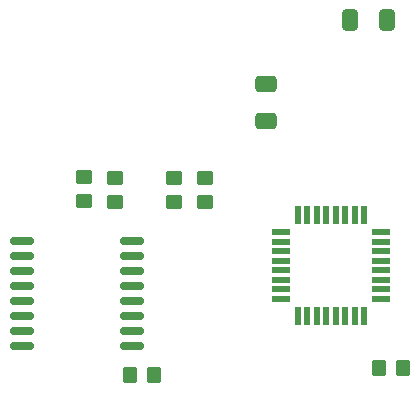
<source format=gtp>
%TF.GenerationSoftware,KiCad,Pcbnew,(6.0.6)*%
%TF.CreationDate,2022-10-28T21:49:34+08:00*%
%TF.ProjectId,KB_SmartWatch,4b425f53-6d61-4727-9457-617463682e6b,rev?*%
%TF.SameCoordinates,Original*%
%TF.FileFunction,Paste,Top*%
%TF.FilePolarity,Positive*%
%FSLAX46Y46*%
G04 Gerber Fmt 4.6, Leading zero omitted, Abs format (unit mm)*
G04 Created by KiCad (PCBNEW (6.0.6)) date 2022-10-28 21:49:34*
%MOMM*%
%LPD*%
G01*
G04 APERTURE LIST*
G04 Aperture macros list*
%AMRoundRect*
0 Rectangle with rounded corners*
0 $1 Rounding radius*
0 $2 $3 $4 $5 $6 $7 $8 $9 X,Y pos of 4 corners*
0 Add a 4 corners polygon primitive as box body*
4,1,4,$2,$3,$4,$5,$6,$7,$8,$9,$2,$3,0*
0 Add four circle primitives for the rounded corners*
1,1,$1+$1,$2,$3*
1,1,$1+$1,$4,$5*
1,1,$1+$1,$6,$7*
1,1,$1+$1,$8,$9*
0 Add four rect primitives between the rounded corners*
20,1,$1+$1,$2,$3,$4,$5,0*
20,1,$1+$1,$4,$5,$6,$7,0*
20,1,$1+$1,$6,$7,$8,$9,0*
20,1,$1+$1,$8,$9,$2,$3,0*%
G04 Aperture macros list end*
%ADD10RoundRect,0.150000X-0.875000X-0.150000X0.875000X-0.150000X0.875000X0.150000X-0.875000X0.150000X0*%
%ADD11R,1.600000X0.550000*%
%ADD12R,0.550000X1.600000*%
%ADD13RoundRect,0.250000X-0.350000X-0.450000X0.350000X-0.450000X0.350000X0.450000X-0.350000X0.450000X0*%
%ADD14RoundRect,0.250000X0.450000X-0.350000X0.450000X0.350000X-0.450000X0.350000X-0.450000X-0.350000X0*%
%ADD15RoundRect,0.250000X0.650000X-0.412500X0.650000X0.412500X-0.650000X0.412500X-0.650000X-0.412500X0*%
%ADD16RoundRect,0.250000X-0.412500X-0.650000X0.412500X-0.650000X0.412500X0.650000X-0.412500X0.650000X0*%
%ADD17RoundRect,0.250000X-0.450000X0.350000X-0.450000X-0.350000X0.450000X-0.350000X0.450000X0.350000X0*%
G04 APERTURE END LIST*
D10*
%TO.C,U2*%
X188650000Y-49655000D03*
X188650000Y-50925000D03*
X188650000Y-52195000D03*
X188650000Y-53465000D03*
X188650000Y-54735000D03*
X188650000Y-56005000D03*
X188650000Y-57275000D03*
X188650000Y-58545000D03*
X197950000Y-58545000D03*
X197950000Y-57275000D03*
X197950000Y-56005000D03*
X197950000Y-54735000D03*
X197950000Y-53465000D03*
X197950000Y-52195000D03*
X197950000Y-50925000D03*
X197950000Y-49655000D03*
%TD*%
D11*
%TO.C,U1*%
X210550000Y-48900000D03*
X210550000Y-49700000D03*
X210550000Y-50500000D03*
X210550000Y-51300000D03*
X210550000Y-52100000D03*
X210550000Y-52900000D03*
X210550000Y-53700000D03*
X210550000Y-54500000D03*
D12*
X212000000Y-55950000D03*
X212800000Y-55950000D03*
X213600000Y-55950000D03*
X214400000Y-55950000D03*
X215200000Y-55950000D03*
X216000000Y-55950000D03*
X216800000Y-55950000D03*
X217600000Y-55950000D03*
D11*
X219050000Y-54500000D03*
X219050000Y-53700000D03*
X219050000Y-52900000D03*
X219050000Y-52100000D03*
X219050000Y-51300000D03*
X219050000Y-50500000D03*
X219050000Y-49700000D03*
X219050000Y-48900000D03*
D12*
X217600000Y-47450000D03*
X216800000Y-47450000D03*
X216000000Y-47450000D03*
X215200000Y-47450000D03*
X214400000Y-47450000D03*
X213600000Y-47450000D03*
X212800000Y-47450000D03*
X212000000Y-47450000D03*
%TD*%
D13*
%TO.C,R1*%
X218900000Y-60400000D03*
X220900000Y-60400000D03*
%TD*%
D14*
%TO.C,R11*%
X201500000Y-46300000D03*
X201500000Y-44300000D03*
%TD*%
%TO.C,R9*%
X204100000Y-46300000D03*
X204100000Y-44300000D03*
%TD*%
D15*
%TO.C,C4*%
X209300000Y-39462500D03*
X209300000Y-36337500D03*
%TD*%
D16*
%TO.C,C1*%
X216437500Y-30900000D03*
X219562500Y-30900000D03*
%TD*%
D17*
%TO.C,R3*%
X196500000Y-44300000D03*
X196500000Y-46300000D03*
%TD*%
D14*
%TO.C,R4*%
X193900000Y-46200000D03*
X193900000Y-44200000D03*
%TD*%
D13*
%TO.C,R5*%
X197800000Y-61000000D03*
X199800000Y-61000000D03*
%TD*%
M02*

</source>
